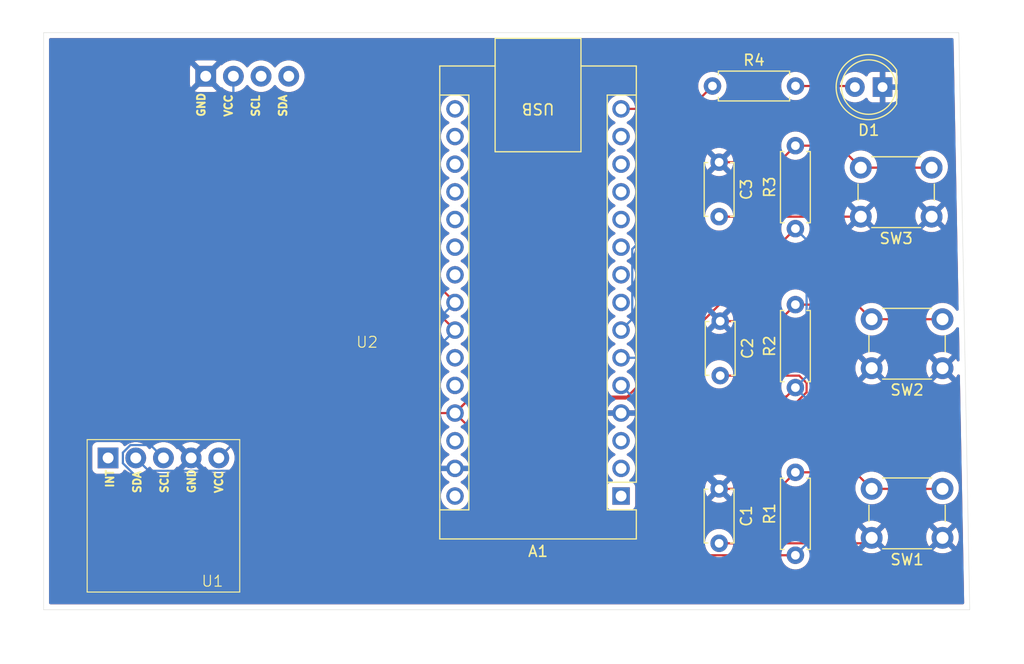
<source format=kicad_pcb>
(kicad_pcb (version 20241229) (generator "pcbnew") (generator_version "9.0")
  (layers (0 "F.Cu" signal "Front") (4 "In1.Cu" signal) (6 "In2.Cu" signal) (2 "B.Cu" signal "Back") (13 "F.Paste" user) (15 "B.Paste" user) (5 "F.SilkS" user) (7 "B.SilkS" user) (1 "F.Mask" user) (3 "B.Mask" user) (25 "Edge.Cuts" user))
  (net 0 "")
  (net 3 "Net-(A1-D4)")
  (net 4 "+5V")
  (net 8 "Net-(A1-D12)")
  (net 10 "Net-(A1-A4)")
  (net 12 "GND")
  (net 21 "Net-(A1-D3)")
  (net 25 "Net-(A1-A5)")
  (net 29 "Net-(A1-D2)")
  (net 30 "Net-(D1-A)")
  (footprint "Capacitor_THT:C_Disc_D4.7mm_W2.5mm_P5.00mm" (layer "F.Cu") (at 124 29.9 -90)
    (property "Reference" "C3" (at 2.5 -2.5 90) (layer "F.SilkS"))
    (property "Value" "100n")
    (fp_line (start 0.03 1.37) (end 4.97 1.37) (stroke (width 0.12)) (layer "F.SilkS"))
    (fp_line (start 0.03 1.04) (end 0.03 1.37) (stroke (width 0.12)) (layer "F.SilkS"))
    (fp_line (start 4.97 1.04) (end 4.97 1.37) (stroke (width 0.12)) (layer "F.SilkS"))
    (fp_line (start 0.03 -1.37) (end 0.03 -1.04) (stroke (width 0.12)) (layer "F.SilkS"))
    (fp_line (start 0.03 -1.37) (end 4.97 -1.37) (stroke (width 0.12)) (layer "F.SilkS"))
    (fp_line (start 4.97 -1.37) (end 4.97 -1.04) (stroke (width 0.12)) (layer "F.SilkS"))
    (pad "1" thru_hole circle (at 0 0 270) (size 1.6 1.6) (drill 0.8) (layers "*.Cu" "*.Mask") (net 3 "Net-(A1-D4)"))
    (pad "2" thru_hole circle (at 5 0 270) (size 1.6 1.6) (drill 0.8) (layers "*.Cu" "*.Mask") (net 12 "GND"))
  )
  (footprint "Resistor_THT:R_Axial_DIN0207_L6.3mm_D2.5mm_P7.62mm_Horizontal" (layer "F.Cu") (at 123.39 22.9)
    (property "Reference" "R4" (at 3.81 -2.37 0) (layer "F.SilkS"))
    (property "Value" "1K")
    (fp_line (start 0.54 -1.37) (end 7.08 -1.37) (stroke (width 0.12)) (layer "F.SilkS"))
    (fp_line (start 0.54 -1.04) (end 0.54 -1.37) (stroke (width 0.12)) (layer "F.SilkS"))
    (fp_line (start 0.54 1.04) (end 0.54 1.37) (stroke (width 0.12)) (layer "F.SilkS"))
    (fp_line (start 0.54 1.37) (end 7.08 1.37) (stroke (width 0.12)) (layer "F.SilkS"))
    (fp_line (start 7.08 -1.37) (end 7.08 -1.04) (stroke (width 0.12)) (layer "F.SilkS"))
    (fp_line (start 7.08 1.37) (end 7.08 1.04) (stroke (width 0.12)) (layer "F.SilkS"))
    (pad "1" thru_hole circle (at 0 0) (size 1.6 1.6) (drill 0.8) (layers "*.Cu" "*.Mask") (net 8 "Net-(A1-D12)"))
    (pad "2" thru_hole circle (at 7.62 0) (size 1.6 1.6) (drill 0.8) (layers "*.Cu" "*.Mask") (net 30 "Net-(D1-A)"))
  )
  (footprint "Resistor_THT:R_Axial_DIN0207_L6.3mm_D2.5mm_P7.62mm_Horizontal" (layer "F.Cu") (at 131 66 90)
    (property "Reference" "R1" (at 3.81 -2.37 90) (layer "F.SilkS"))
    (property "Value" "1K")
    (fp_line (start 7.08 -1.37) (end 7.08 -1.04) (stroke (width 0.12)) (layer "F.SilkS"))
    (fp_line (start 0.54 -1.37) (end 7.08 -1.37) (stroke (width 0.12)) (layer "F.SilkS"))
    (fp_line (start 0.54 -1.04) (end 0.54 -1.37) (stroke (width 0.12)) (layer "F.SilkS"))
    (fp_line (start 0.54 1.04) (end 0.54 1.37) (stroke (width 0.12)) (layer "F.SilkS"))
    (fp_line (start 7.08 1.37) (end 7.08 1.04) (stroke (width 0.12)) (layer "F.SilkS"))
    (fp_line (start 0.54 1.37) (end 7.08 1.37) (stroke (width 0.12)) (layer "F.SilkS"))
    (pad "1" thru_hole circle (at 0 0 90) (size 1.6 1.6) (drill 0.8) (layers "*.Cu" "*.Mask") (net 4 "+5V"))
    (pad "2" thru_hole circle (at 7.62 0 90) (size 1.6 1.6) (drill 0.8) (layers "*.Cu" "*.Mask") (net 29 "Net-(A1-D2)"))
  )
  (footprint "Button_Switch_THT:SW_PUSH_6mm" (layer "F.Cu") (at 144.5 48.82 180)
    (property "Reference" "SW2" (at 3.25 -2 0) (layer "F.SilkS"))
    (property "Value" "SW_Push")
    (fp_line (start 6.75 3) (end 6.75 1.5) (stroke (width 0.12)) (layer "F.SilkS"))
    (fp_line (start 5.5 -1) (end 1 -1) (stroke (width 0.12)) (layer "F.SilkS"))
    (fp_line (start 1 5.5) (end 5.5 5.5) (stroke (width 0.12)) (layer "F.SilkS"))
    (fp_line (start -0.25 1.5) (end -0.25 3) (stroke (width 0.12)) (layer "F.SilkS"))
    (pad "1" thru_hole circle (at 0 0 270) (size 2 2) (drill 1.1) (layers "*.Cu" "*.Mask") (net 12 "GND"))
    (pad "1" thru_hole circle (at 6.5 0 270) (size 2 2) (drill 1.1) (layers "*.Cu" "*.Mask") (net 12 "GND"))
    (pad "2" thru_hole circle (at 0 4.5 270) (size 2 2) (drill 1.1) (layers "*.Cu" "*.Mask") (net 21 "Net-(A1-D3)"))
    (pad "2" thru_hole circle (at 6.5 4.5 270) (size 2 2) (drill 1.1) (layers "*.Cu" "*.Mask") (net 21 "Net-(A1-D3)"))
  )
  (footprint "Resistor_THT:R_Axial_DIN0207_L6.3mm_D2.5mm_P7.62mm_Horizontal" (layer "F.Cu") (at 131 50.6 90)
    (property "Reference" "R2" (at 3.81 -2.37 90) (layer "F.SilkS"))
    (property "Value" "1K")
    (fp_line (start 7.08 -1.37) (end 7.08 -1.04) (stroke (width 0.12)) (layer "F.SilkS"))
    (fp_line (start 0.54 -1.37) (end 7.08 -1.37) (stroke (width 0.12)) (layer "F.SilkS"))
    (fp_line (start 0.54 -1.04) (end 0.54 -1.37) (stroke (width 0.12)) (layer "F.SilkS"))
    (fp_line (start 0.54 1.04) (end 0.54 1.37) (stroke (width 0.12)) (layer "F.SilkS"))
    (fp_line (start 7.08 1.37) (end 7.08 1.04) (stroke (width 0.12)) (layer "F.SilkS"))
    (fp_line (start 0.54 1.37) (end 7.08 1.37) (stroke (width 0.12)) (layer "F.SilkS"))
    (pad "1" thru_hole circle (at 0 0 90) (size 1.6 1.6) (drill 0.8) (layers "*.Cu" "*.Mask") (net 4 "+5V"))
    (pad "2" thru_hole circle (at 7.62 0 90) (size 1.6 1.6) (drill 0.8) (layers "*.Cu" "*.Mask") (net 21 "Net-(A1-D3)"))
  )
  (footprint "Button_Switch_THT:SW_PUSH_6mm" (layer "F.Cu") (at 143.5 34.9 180)
    (property "Reference" "SW3" (at 3.25 -2 0) (layer "F.SilkS"))
    (property "Value" "SW_Push")
    (fp_line (start 6.75 3) (end 6.75 1.5) (stroke (width 0.12)) (layer "F.SilkS"))
    (fp_line (start 5.5 -1) (end 1 -1) (stroke (width 0.12)) (layer "F.SilkS"))
    (fp_line (start 1 5.5) (end 5.5 5.5) (stroke (width 0.12)) (layer "F.SilkS"))
    (fp_line (start -0.25 1.5) (end -0.25 3) (stroke (width 0.12)) (layer "F.SilkS"))
    (pad "1" thru_hole circle (at 0 0 270) (size 2 2) (drill 1.1) (layers "*.Cu" "*.Mask") (net 12 "GND"))
    (pad "1" thru_hole circle (at 6.5 0 270) (size 2 2) (drill 1.1) (layers "*.Cu" "*.Mask") (net 12 "GND"))
    (pad "2" thru_hole circle (at 0 4.5 270) (size 2 2) (drill 1.1) (layers "*.Cu" "*.Mask") (net 3 "Net-(A1-D4)"))
    (pad "2" thru_hole circle (at 6.5 4.5 270) (size 2 2) (drill 1.1) (layers "*.Cu" "*.Mask") (net 3 "Net-(A1-D4)"))
  )
  (footprint "Module:Arduino_Nano" (layer "F.Cu") (at 115 60.56 180)
    (property "Reference" "A1" (at 7.62 -5.08 0) (layer "F.SilkS"))
    (property "Value" "Arduino_Nano_v3.x")
    (fp_line (start 16.64 39.5) (end 16.64 -3.94) (stroke (width 0.12)) (layer "F.SilkS"))
    (fp_line (start 16.64 39.5) (end 11.56 39.5) (stroke (width 0.12)) (layer "F.SilkS"))
    (fp_line (start 16.64 -3.94) (end -1.4 -3.94) (stroke (width 0.12)) (layer "F.SilkS"))
    (fp_line (start 13.97 36.83) (end 16.64 36.83) (stroke (width 0.12)) (layer "F.SilkS"))
    (fp_line (start 13.97 -1.27) (end 16.64 -1.27) (stroke (width 0.12)) (layer "F.SilkS"))
    (fp_line (start 13.97 -1.27) (end 13.97 36.83) (stroke (width 0.12)) (layer "F.SilkS"))
    (fp_line (start 11.56 42.04) (end 3.68 42.04) (stroke (width 0.12)) (layer "F.SilkS"))
    (fp_line (start 11.56 31.62) (end 11.56 42.04) (stroke (width 0.12)) (layer "F.SilkS"))
    (fp_line (start 3.68 42.04) (end 3.68 31.62) (stroke (width 0.12)) (layer "F.SilkS"))
    (fp_line (start 3.68 31.62) (end 11.56 31.62) (stroke (width 0.12)) (layer "F.SilkS"))
    (fp_line (start 1.27 36.83) (end -1.4 36.83) (stroke (width 0.12)) (layer "F.SilkS"))
    (fp_line (start 1.27 1.27) (end 1.27 36.83) (stroke (width 0.12)) (layer "F.SilkS"))
    (fp_line (start 1.27 1.27) (end 1.27 -1.27) (stroke (width 0.12)) (layer "F.SilkS"))
    (fp_line (start 1.27 1.27) (end -1.4 1.27) (stroke (width 0.12)) (layer "F.SilkS"))
    (fp_line (start 1.27 -1.27) (end -1.4 -1.27) (stroke (width 0.12)) (layer "F.SilkS"))
    (fp_line (start -1.4 39.5) (end 3.68 39.5) (stroke (width 0.12)) (layer "F.SilkS"))
    (fp_line (start -1.4 1.27) (end -1.4 39.5) (stroke (width 0.12)) (layer "F.SilkS"))
    (fp_line (start -1.4 -3.94) (end -1.4 -1.27) (stroke (width 0.12)) (layer "F.SilkS"))
    (fp_text user "USB" (at 7.62 35.56 180) (layer "F.SilkS"))
    (pad "1" thru_hole rect (at 0 0 180) (size 1.6 1.6) (drill 1) (layers "*.Cu" "*.Mask"))
    (pad "2" thru_hole oval (at 0 2.54 180) (size 1.6 1.6) (drill 1) (layers "*.Cu" "*.Mask"))
    (pad "3" thru_hole oval (at 0 5.08 180) (size 1.6 1.6) (drill 1) (layers "*.Cu" "*.Mask"))
    (pad "4" thru_hole oval (at 0 7.62 180) (size 1.6 1.6) (drill 1) (layers "*.Cu" "*.Mask") (net 12 "GND"))
    (pad "5" thru_hole oval (at 0 10.16 180) (size 1.6 1.6) (drill 1) (layers "*.Cu" "*.Mask") (net 29 "Net-(A1-D2)"))
    (pad "6" thru_hole oval (at 0 12.7 180) (size 1.6 1.6) (drill 1) (layers "*.Cu" "*.Mask") (net 21 "Net-(A1-D3)"))
    (pad "7" thru_hole oval (at 0 15.24 180) (size 1.6 1.6) (drill 1) (layers "*.Cu" "*.Mask") (net 3 "Net-(A1-D4)"))
    (pad "8" thru_hole oval (at 0 17.78 180) (size 1.6 1.6) (drill 1) (layers "*.Cu" "*.Mask"))
    (pad "9" thru_hole oval (at 0 20.32 180) (size 1.6 1.6) (drill 1) (layers "*.Cu" "*.Mask"))
    (pad "10" thru_hole oval (at 0 22.86 180) (size 1.6 1.6) (drill 1) (layers "*.Cu" "*.Mask"))
    (pad "11" thru_hole oval (at 0 25.4 180) (size 1.6 1.6) (drill 1) (layers "*.Cu" "*.Mask"))
    (pad "12" thru_hole oval (at 0 27.94 180) (size 1.6 1.6) (drill 1) (layers "*.Cu" "*.Mask"))
    (pad "13" thru_hole oval (at 0 30.48 180) (size 1.6 1.6) (drill 1) (layers "*.Cu" "*.Mask"))
    (pad "14" thru_hole oval (at 0 33.02 180) (size 1.6 1.6) (drill 1) (layers "*.Cu" "*.Mask"))
    (pad "15" thru_hole oval (at 0 35.56 180) (size 1.6 1.6) (drill 1) (layers "*.Cu" "*.Mask") (net 8 "Net-(A1-D12)"))
    (pad "16" thru_hole oval (at 15.24 35.56 180) (size 1.6 1.6) (drill 1) (layers "*.Cu" "*.Mask"))
    (pad "17" thru_hole oval (at 15.24 33.02 180) (size 1.6 1.6) (drill 1) (layers "*.Cu" "*.Mask"))
    (pad "18" thru_hole oval (at 15.24 30.48 180) (size 1.6 1.6) (drill 1) (layers "*.Cu" "*.Mask"))
    (pad "19" thru_hole oval (at 15.24 27.94 180) (size 1.6 1.6) (drill 1) (layers "*.Cu" "*.Mask"))
    (pad "20" thru_hole oval (at 15.24 25.4 180) (size 1.6 1.6) (drill 1) (layers "*.Cu" "*.Mask"))
    (pad "21" thru_hole oval (at 15.24 22.86 180) (size 1.6 1.6) (drill 1) (layers "*.Cu" "*.Mask"))
    (pad "22" thru_hole oval (at 15.24 20.32 180) (size 1.6 1.6) (drill 1) (layers "*.Cu" "*.Mask"))
    (pad "23" thru_hole oval (at 15.24 17.78 180) (size 1.6 1.6) (drill 1) (layers "*.Cu" "*.Mask") (net 10 "Net-(A1-A4)"))
    (pad "24" thru_hole oval (at 15.24 15.24 180) (size 1.6 1.6) (drill 1) (layers "*.Cu" "*.Mask") (net 25 "Net-(A1-A5)"))
    (pad "25" thru_hole oval (at 15.24 12.7 180) (size 1.6 1.6) (drill 1) (layers "*.Cu" "*.Mask"))
    (pad "26" thru_hole oval (at 15.24 10.16 180) (size 1.6 1.6) (drill 1) (layers "*.Cu" "*.Mask"))
    (pad "27" thru_hole oval (at 15.24 7.62 180) (size 1.6 1.6) (drill 1) (layers "*.Cu" "*.Mask") (net 4 "+5V"))
    (pad "28" thru_hole oval (at 15.24 5.08 180) (size 1.6 1.6) (drill 1) (layers "*.Cu" "*.Mask"))
    (pad "29" thru_hole oval (at 15.24 2.54 180) (size 1.6 1.6) (drill 1) (layers "*.Cu" "*.Mask") (net 12 "GND"))
    (pad "30" thru_hole oval (at 15.24 0 180) (size 1.6 1.6) (drill 1) (layers "*.Cu" "*.Mask"))
  )
  (footprint "spo2stuff:SSD1306" (layer "F.Cu") (at 80.69 33.43)
    (property "Reference" "U2" (at 11 13 0) (layer "F.SilkS") (effects (font (thickness 0.1))))
    (property "Value" "SSD1306")
    (fp_line (start -15 -14) (end 13 -14) (stroke (width 0.2)) (layer "F.Cu"))
    (fp_line (start -15 14) (end -15 -14) (stroke (width 0.2)) (layer "F.Cu"))
    (fp_line (start 13 -14) (end 13 14) (stroke (width 0.2)) (layer "F.Cu"))
    (fp_line (start 13 14) (end -15 14) (stroke (width 0.2)) (layer "F.Cu"))
    (fp_rect (start -15 -14) (end 13 14) (stroke (width 0.2)) (fill no) (layer "F.Cu"))
    (fp_text user "SDA" (at 3.69 -7.62 90) (layer "F.SilkS") (effects (font (size 0.7 0.7) (thickness 0.175) (bold yes)) (justify left bottom)))
    (fp_text user "SCL" (at 1.19 -7.62 90) (layer "F.SilkS") (effects (font (size 0.7 0.7) (thickness 0.175) (bold yes)) (justify left bottom)))
    (fp_text user "VCC" (at -1.31 -7.62 90) (layer "F.SilkS") (effects (font (size 0.7 0.7) (thickness 0.175) (bold yes)) (justify left bottom)))
    (fp_text user "GND" (at -3.81 -7.62 90) (layer "F.SilkS") (effects (font (size 0.7 0.7) (thickness 0.175) (bold yes)) (justify left bottom)))
    (pad "1" thru_hole roundrect (at -3.81 -11.43) (size 1.905 1.905) (drill 1) (layers "*.Cu" "*.Mask") (roundrect_rratio 0.15) (net 12 "GND"))
    (pad "2" thru_hole circle (at -1.27 -11.43) (size 1.905 1.905) (drill 1) (layers "*.Cu" "*.Mask") (net 4 "+5V"))
    (pad "3" thru_hole circle (at 1.27 -11.43) (size 1.905 1.905) (drill 1) (layers "*.Cu" "*.Mask") (net 25 "Net-(A1-A5)"))
    (pad "4" thru_hole circle (at 3.81 -11.43) (size 1.905 1.905) (drill 1) (layers "*.Cu" "*.Mask") (net 10 "Net-(A1-A4)"))
  )
  (footprint "spo2stuff:MAX30102" (layer "F.Cu") (at 73 61.378)
    (property "Reference" "U1" (at 4.5 7 0) (layer "F.SilkS") (effects (font (thickness 0.1))))
    (property "Value" "MAX30102")
    (fp_line (start -7 -6) (end 7 -6) (stroke (width 0.1)) (layer "F.SilkS"))
    (fp_line (start -7 8) (end -7 -6) (stroke (width 0.1)) (layer "F.SilkS"))
    (fp_line (start 7 -6) (end 7 8) (stroke (width 0.1)) (layer "F.SilkS"))
    (fp_line (start 7 8) (end -7 8) (stroke (width 0.1)) (layer "F.SilkS"))
    (fp_text user "SDA" (at -2 -1 90) (layer "F.SilkS") (effects (font (size 0.7 0.7) (thickness 0.175) (bold yes)) (justify left bottom)))
    (fp_text user "SCL" (at 0.5 -1 90) (layer "F.SilkS") (effects (font (size 0.7 0.7) (thickness 0.175) (bold yes)) (justify left bottom)))
    (fp_text user "GND" (at 3 -1 90) (layer "F.SilkS") (effects (font (size 0.7 0.7) (thickness 0.175) (bold yes)) (justify left bottom)))
    (fp_text user "INT" (at -4.5 -1.5 90) (layer "F.SilkS") (effects (font (size 0.7 0.7) (thickness 0.175) (bold yes)) (justify left bottom)))
    (fp_text user "VCC" (at 5.5 -1 90) (layer "F.SilkS") (effects (font (size 0.7 0.7) (thickness 0.175) (bold yes)) (justify left bottom)))
    (pad "1" thru_hole rect (at -5.08 -4.318) (size 1.905 1.905) (drill 1) (layers "*.Cu" "*.Mask"))
    (pad "2" thru_hole circle (at -2.54 -4.318) (size 1.905 1.905) (drill 1) (layers "*.Cu" "*.Mask") (net 10 "Net-(A1-A4)"))
    (pad "3" thru_hole circle (at 0 -4.318) (size 1.905 1.905) (drill 1) (layers "*.Cu" "*.Mask") (net 25 "Net-(A1-A5)"))
    (pad "4" thru_hole circle (at 2.54 -4.318) (size 1.905 1.905) (drill 1) (layers "*.Cu" "*.Mask") (net 12 "GND"))
    (pad "5" thru_hole circle (at 5.08 -4.318) (size 1.905 1.905) (drill 1) (layers "*.Cu" "*.Mask") (net 4 "+5V"))
  )
  (footprint "LED_THT:LED_D5.0mm" (layer "F.Cu") (at 139 23 180)
    (property "Reference" "D1" (at 1.27 -3.96 0) (layer "F.SilkS"))
    (property "Value" "LED")
    (fp_line (start -1.29 -1.545) (end -1.29 1.545) (stroke (width 0.12)) (layer "F.SilkS"))
    (fp_arc (start 4.26 0) (mid 2.071779 2.880495) (end -1.29 1.54483) (stroke (width 0.12)) (layer "F.SilkS"))
    (fp_arc (start -1.29 -1.54483) (mid 2.071779 -2.880495) (end 4.26 0) (stroke (width 0.12)) (layer "F.SilkS"))
    (fp_circle (center 1.27 0) (end 3.77 0) (stroke (width 0.12)) (fill no) (layer "F.SilkS"))
    (pad "1" thru_hole rect (at 0 0 180) (size 1.8 1.8) (drill 0.9) (layers "*.Cu" "*.Mask") (net 12 "GND"))
    (pad "2" thru_hole circle (at 2.54 0 180) (size 1.8 1.8) (drill 0.9) (layers "*.Cu" "*.Mask") (net 30 "Net-(D1-A)"))
  )
  (footprint "Capacitor_THT:C_Disc_D4.7mm_W2.5mm_P5.00mm" (layer "F.Cu") (at 124.1 44.5 -90)
    (property "Reference" "C2" (at 2.5 -2.5 90) (layer "F.SilkS"))
    (property "Value" "100n")
    (fp_line (start 0.03 1.37) (end 4.97 1.37) (stroke (width 0.12)) (layer "F.SilkS"))
    (fp_line (start 0.03 1.04) (end 0.03 1.37) (stroke (width 0.12)) (layer "F.SilkS"))
    (fp_line (start 4.97 1.04) (end 4.97 1.37) (stroke (width 0.12)) (layer "F.SilkS"))
    (fp_line (start 0.03 -1.37) (end 0.03 -1.04) (stroke (width 0.12)) (layer "F.SilkS"))
    (fp_line (start 0.03 -1.37) (end 4.97 -1.37) (stroke (width 0.12)) (layer "F.SilkS"))
    (fp_line (start 4.97 -1.37) (end 4.97 -1.04) (stroke (width 0.12)) (layer "F.SilkS"))
    (pad "1" thru_hole circle (at 0 0 270) (size 1.6 1.6) (drill 0.8) (layers "*.Cu" "*.Mask") (net 21 "Net-(A1-D3)"))
    (pad "2" thru_hole circle (at 5 0 270) (size 1.6 1.6) (drill 0.8) (layers "*.Cu" "*.Mask") (net 12 "GND"))
  )
  (footprint "Capacitor_THT:C_Disc_D4.7mm_W2.5mm_P5.00mm" (layer "F.Cu") (at 124 59.9 -90)
    (property "Reference" "C1" (at 2.5 -2.5 90) (layer "F.SilkS"))
    (property "Value" "100n")
    (fp_line (start 0.03 1.37) (end 4.97 1.37) (stroke (width 0.12)) (layer "F.SilkS"))
    (fp_line (start 0.03 1.04) (end 0.03 1.37) (stroke (width 0.12)) (layer "F.SilkS"))
    (fp_line (start 4.97 1.04) (end 4.97 1.37) (stroke (width 0.12)) (layer "F.SilkS"))
    (fp_line (start 0.03 -1.37) (end 0.03 -1.04) (stroke (width 0.12)) (layer "F.SilkS"))
    (fp_line (start 0.03 -1.37) (end 4.97 -1.37) (stroke (width 0.12)) (layer "F.SilkS"))
    (fp_line (start 4.97 -1.37) (end 4.97 -1.04) (stroke (width 0.12)) (layer "F.SilkS"))
    (pad "1" thru_hole circle (at 0 0 270) (size 1.6 1.6) (drill 0.8) (layers "*.Cu" "*.Mask") (net 29 "Net-(A1-D2)"))
    (pad "2" thru_hole circle (at 5 0 270) (size 1.6 1.6) (drill 0.8) (layers "*.Cu" "*.Mask") (net 12 "GND"))
  )
  (footprint "Resistor_THT:R_Axial_DIN0207_L6.3mm_D2.5mm_P7.62mm_Horizontal" (layer "F.Cu") (at 131 36 90)
    (property "Reference" "R3" (at 3.81 -2.37 90) (layer "F.SilkS"))
    (property "Value" "1K")
    (fp_line (start 7.08 -1.37) (end 7.08 -1.04) (stroke (width 0.12)) (layer "F.SilkS"))
    (fp_line (start 0.54 -1.37) (end 7.08 -1.37) (stroke (width 0.12)) (layer "F.SilkS"))
    (fp_line (start 0.54 -1.04) (end 0.54 -1.37) (stroke (width 0.12)) (layer "F.SilkS"))
    (fp_line (start 0.54 1.04) (end 0.54 1.37) (stroke (width 0.12)) (layer "F.SilkS"))
    (fp_line (start 7.08 1.37) (end 7.08 1.04) (stroke (width 0.12)) (layer "F.SilkS"))
    (fp_line (start 0.54 1.37) (end 7.08 1.37) (stroke (width 0.12)) (layer "F.SilkS"))
    (pad "1" thru_hole circle (at 0 0 90) (size 1.6 1.6) (drill 0.8) (layers "*.Cu" "*.Mask") (net 4 "+5V"))
    (pad "2" thru_hole circle (at 7.62 0 90) (size 1.6 1.6) (drill 0.8) (layers "*.Cu" "*.Mask") (net 3 "Net-(A1-D4)"))
  )
  (footprint "Button_Switch_THT:SW_PUSH_6mm" (layer "F.Cu") (at 144.5 64.4 180)
    (property "Reference" "SW1" (at 3.25 -2 0) (layer "F.SilkS"))
    (property "Value" "SW_Push")
    (fp_line (start 6.75 3) (end 6.75 1.5) (stroke (width 0.12)) (layer "F.SilkS"))
    (fp_line (start 5.5 -1) (end 1 -1) (stroke (width 0.12)) (layer "F.SilkS"))
    (fp_line (start 1 5.5) (end 5.5 5.5) (stroke (width 0.12)) (layer "F.SilkS"))
    (fp_line (start -0.25 1.5) (end -0.25 3) (stroke (width 0.12)) (layer "F.SilkS"))
    (pad "1" thru_hole circle (at 0 0 270) (size 2 2) (drill 1.1) (layers "*.Cu" "*.Mask") (net 12 "GND"))
    (pad "1" thru_hole circle (at 6.5 0 270) (size 2 2) (drill 1.1) (layers "*.Cu" "*.Mask") (net 12 "GND"))
    (pad "2" thru_hole circle (at 0 4.5 270) (size 2 2) (drill 1.1) (layers "*.Cu" "*.Mask") (net 29 "Net-(A1-D2)"))
    (pad "2" thru_hole circle (at 6.5 4.5 270) (size 2 2) (drill 1.1) (layers "*.Cu" "*.Mask") (net 29 "Net-(A1-D2)"))
  )
  (gr_line (start 62 18) (end 146 18) (stroke (width 0.0381)) (layer "Edge.Cuts"))
  (gr_line (start 62 71) (end 62 18) (stroke (width 0.0381)) (layer "Edge.Cuts"))
  (gr_line (start 146 18) (end 147 71) (stroke (width 0.0381)) (layer "Edge.Cuts"))
  (gr_line (start 147 71) (end 62 71) (stroke (width 0.0381)) (layer "Edge.Cuts"))
  (segment (start 129.48 29.9) (end 131 28.38) (width 0.2) (layer "F.Cu") (net 3))
  (segment (start 134.98 28.38) (end 137 30.4) (width 0.2) (layer "F.Cu") (net 3))
  (segment (start 137 30.4) (end 143.5 30.4) (width 0.2) (layer "F.Cu") (net 3))
  (segment (start 131 28.38) (end 134.98 28.38) (width 0.2) (layer "F.Cu") (net 3))
  (segment (start 124 29.9) (end 129.48 29.9) (width 0.2) (layer "F.Cu") (net 3))
  (segment (start 115 45.32) (end 116.028 44.292) (width 0.2) (layer "B.Cu") (net 3))
  (segment (start 116.028 37.872) (end 124 29.9) (width 0.2) (layer "B.Cu") (net 3))
  (segment (start 116.028 44.292) (end 116.028 37.872) (width 0.2) (layer "B.Cu") (net 3))
  (segment (start 82.2 52.94) (end 78.08 57.06) (width 0.2) (layer "F.Cu") (net 4))
  (segment (start 101.272 51.428) (end 99.76 52.94) (width 0.2) (layer "F.Cu") (net 4))
  (segment (start 130.172 51.428) (end 101.272 51.428) (width 0.2) (layer "F.Cu") (net 4))
  (segment (start 131 66) (end 112.82 66) (width 0.2) (layer "F.Cu") (net 4))
  (segment (start 131 50.6) (end 130.172 51.428) (width 0.2) (layer "F.Cu") (net 4))
  (segment (start 101.1 51.6) (end 99.76 52.94) (width 0.2) (layer "F.Cu") (net 4))
  (segment (start 99.76 52.94) (end 82.2 52.94) (width 0.2) (layer "F.Cu") (net 4))
  (segment (start 115.4 51.6) (end 101.1 51.6) (width 0.2) (layer "F.Cu") (net 4))
  (segment (start 131 36) (end 115.4 51.6) (width 0.2) (layer "F.Cu") (net 4))
  (segment (start 112.82 66) (end 99.76 52.94) (width 0.2) (layer "F.Cu") (net 4))
  (segment (start 131 50.6) (end 132.028 49.572) (width 0.2) (layer "B.Cu") (net 4))
  (segment (start 133 64) (end 133 52.6) (width 0.2) (layer "B.Cu") (net 4))
  (segment (start 132.028 37.028) (end 131 36) (width 0.2) (layer "B.Cu") (net 4))
  (segment (start 79.42 55.72) (end 79.42 22) (width 0.2) (layer "B.Cu") (net 4))
  (segment (start 78.08 57.06) (end 79.42 55.72) (width 0.2) (layer "B.Cu") (net 4))
  (segment (start 132.028 49.572) (end 132.028 37.028) (width 0.2) (layer "B.Cu") (net 4))
  (segment (start 131 66) (end 133 64) (width 0.2) (layer "B.Cu") (net 4))
  (segment (start 133 52.6) (end 131 50.6) (width 0.2) (layer "B.Cu") (net 4))
  (segment (start 121.29 25) (end 123.39 22.9) (width 0.2) (layer "F.Cu") (net 8))
  (segment (start 115 25) (end 121.29 25) (width 0.2) (layer "F.Cu") (net 8))
  (segment (start 94.346 37.366) (end 94.346 19.158276) (width 0.2) (layer "F.Cu") (net 10))
  (segment (start 99.76 42.78) (end 94.346 37.366) (width 0.2) (layer "F.Cu") (net 10))
  (segment (start 94.346 19.158276) (end 93.961724 18.774) (width 0.2) (layer "F.Cu") (net 10))
  (segment (start 93.961724 18.774) (end 87.4 18.774) (width 0.2) (layer "F.Cu") (net 10))
  (segment (start 71.6405 58.2405) (end 84.2995 58.2405) (width 0.2) (layer "B.Cu") (net 10))
  (segment (start 84.2995 58.2405) (end 99.76 42.78) (width 0.2) (layer "B.Cu") (net 10))
  (segment (start 70.46 57.06) (end 71.6405 58.2405) (width 0.2) (layer "B.Cu") (net 10))
  (segment (start 131.353812 49.5) (end 124.1 49.5) (width 0.2) (layer "F.Cu") (net 12))
  (segment (start 132.028 51.025812) (end 132.028 50.174188) (width 0.2) (layer "F.Cu") (net 12))
  (segment (start 115 52.94) (end 130.113812 52.94) (width 0.2) (layer "F.Cu") (net 12))
  (segment (start 124 64.9) (end 137.5 64.9) (width 0.2) (layer "F.Cu") (net 12))
  (segment (start 132.028 50.174188) (end 131.353812 49.5) (width 0.2) (layer "F.Cu") (net 12))
  (segment (start 130.113812 52.94) (end 132.028 51.025812) (width 0.2) (layer "F.Cu") (net 12))
  (segment (start 137.5 64.9) (end 138 64.4) (width 0.2) (layer "F.Cu") (net 12))
  (segment (start 124 34.9) (end 137 34.9) (width 0.2) (layer "F.Cu") (net 12))
  (segment (start 129.48 44.5) (end 131 42.98) (width 0.2) (layer "F.Cu") (net 21))
  (segment (start 136.66 42.98) (end 138 44.32) (width 0.2) (layer "F.Cu") (net 21))
  (segment (start 124.1 44.5) (end 129.48 44.5) (width 0.2) (layer "F.Cu") (net 21))
  (segment (start 138 44.32) (end 144.5 44.32) (width 0.2) (layer "F.Cu") (net 21))
  (segment (start 131 42.98) (end 136.66 42.98) (width 0.2) (layer "F.Cu") (net 21))
  (segment (start 115 47.86) (end 120.74 47.86) (width 0.2) (layer "B.Cu") (net 21))
  (segment (start 120.74 47.86) (end 124.1 44.5) (width 0.2) (layer "B.Cu") (net 21))
  (segment (start 93.825862 19.102) (end 84.6 19.102) (width 0.2) (layer "F.Cu") (net 25))
  (segment (start 94.018 19.294138) (end 93.825862 19.102) (width 0.2) (layer "F.Cu") (net 25))
  (segment (start 99.76 45.32) (end 94.018 39.578) (width 0.2) (layer "F.Cu") (net 25))
  (segment (start 94.018 39.578) (end 94.018 19.294138) (width 0.2) (layer "F.Cu") (net 25))
  (segment (start 73 57.06) (end 71.8195 55.8795) (width 0.2) (layer "B.Cu") (net 25))
  (segment (start 71.8195 55.8795) (end 69.97102 55.8795) (width 0.2) (layer "B.Cu") (net 25))
  (segment (start 69.2795 57.54898) (end 70.29902 58.5685) (width 0.2) (layer "B.Cu") (net 25))
  (segment (start 70.29902 58.5685) (end 86.5115 58.5685) (width 0.2) (layer "B.Cu") (net 25))
  (segment (start 69.2795 56.57102) (end 69.2795 57.54898) (width 0.2) (layer "B.Cu") (net 25))
  (segment (start 86.5115 58.5685) (end 99.76 45.32) (width 0.2) (layer "B.Cu") (net 25))
  (segment (start 69.97102 55.8795) (end 69.2795 56.57102) (width 0.2) (layer "B.Cu") (net 25))
  (segment (start 138 59.9) (end 144.5 59.9) (width 0.2) (layer "F.Cu") (net 29))
  (segment (start 129.48 59.9) (end 131 58.38) (width 0.2) (layer "F.Cu") (net 29))
  (segment (start 136.48 58.38) (end 131 58.38) (width 0.2) (layer "F.Cu") (net 29))
  (segment (start 124 59.9) (end 129.48 59.9) (width 0.2) (layer "F.Cu") (net 29))
  (segment (start 138 59.9) (end 136.48 58.38) (width 0.2) (layer "F.Cu") (net 29))
  (segment (start 131 58.38) (end 131.08 58.38) (width 0.2) (layer "B.Cu") (net 29))
  (segment (start 124 59.4) (end 124 59.9) (width 0.2) (layer "B.Cu") (net 29))
  (segment (start 131.08 58.38) (end 131.1 58.4) (width 0.2) (layer "B.Cu") (net 29))
  (segment (start 115 50.4) (end 124 59.4) (width 0.2) (layer "B.Cu") (net 29))
  (segment (start 136.36 22.9) (end 136.46 23) (width 0.2) (layer "F.Cu") (net 30))
  (segment (start 131.01 22.9) (end 136.36 22.9) (width 0.2) (layer "F.Cu") (net 30))
  (zone (net 12) (net_name "GND") (layers "F.Cu" "B.Cu") (connect_pads (clearance 0.5)) (min_thickness 0.25) (fill yes (thermal_gap 0.5) (thermal_bridge_width 0.5))
    (polygon (pts (xy 59 15) (xy 151 15) (xy 152 76) (xy 58 75)))
  )
)
</source>
